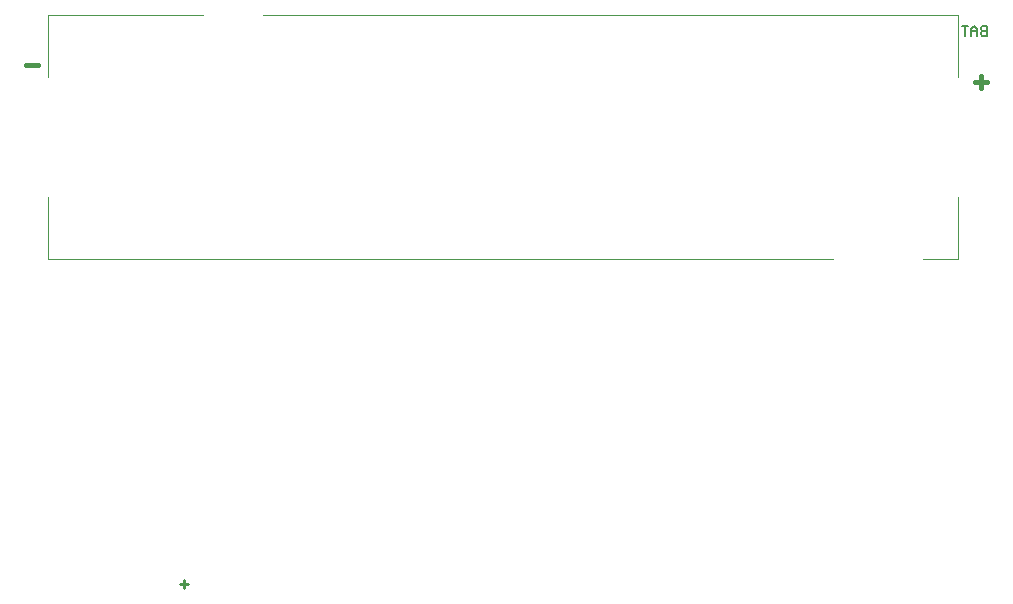
<source format=gbo>
G04 Layer_Color=32896*
%FSLAX24Y24*%
%MOIN*%
G70*
G01*
G75*
%ADD37C,0.0079*%
%ADD40C,0.0157*%
%ADD41C,0.0098*%
%ADD85C,0.0039*%
D37*
X34094Y7754D02*
Y7440D01*
X33937D01*
X33885Y7492D01*
Y7545D01*
X33937Y7597D01*
X34094D01*
X33937D01*
X33885Y7649D01*
Y7702D01*
X33937Y7754D01*
X34094D01*
X33780Y7440D02*
Y7649D01*
X33675Y7754D01*
X33570Y7649D01*
Y7440D01*
Y7597D01*
X33780D01*
X33465Y7754D02*
X33255D01*
X33360D01*
Y7440D01*
D40*
X2480Y6476D02*
X2080D01*
X34094Y5900D02*
X33695D01*
X33895Y6100D02*
Y5700D01*
D41*
X7335Y-10974D02*
Y-10712D01*
X7466Y-10843D02*
X7203D01*
D85*
X2785Y0D02*
X28953D01*
X2785Y2065D02*
X2785Y0D01*
X2785Y6065D02*
X2785Y8130D01*
X7953D01*
X31953Y0D02*
X33120D01*
X33120Y2065D01*
X33120Y8130D02*
X33120Y6065D01*
X9953Y8130D02*
X33120D01*
M02*

</source>
